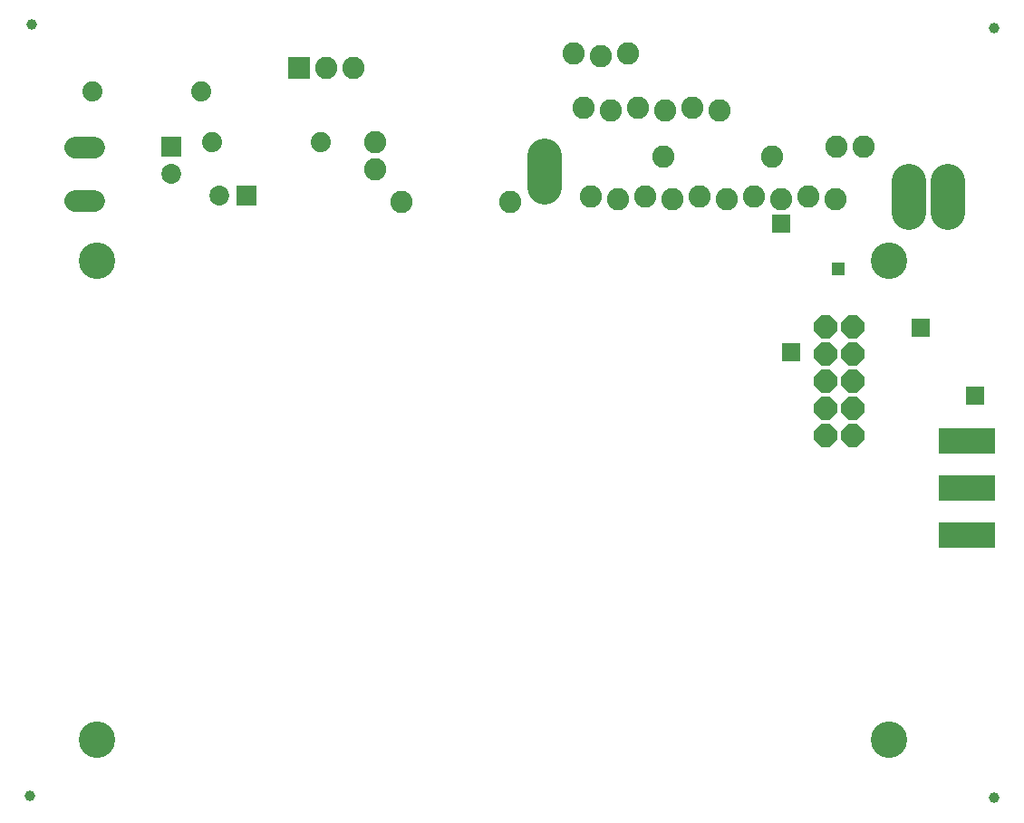
<source format=gts>
G75*
%MOIN*%
%OFA0B0*%
%FSLAX24Y24*%
%IPPOS*%
%LPD*%
%AMOC8*
5,1,8,0,0,1.08239X$1,22.5*
%
%ADD10C,0.0395*%
%ADD11C,0.1340*%
%ADD12OC8,0.0840*%
%ADD13R,0.0730X0.0730*%
%ADD14C,0.0730*%
%ADD15C,0.0820*%
%ADD16C,0.0785*%
%ADD17C,0.1265*%
%ADD18R,0.2080X0.0980*%
%ADD19R,0.2000X0.0900*%
%ADD20C,0.0740*%
%ADD21R,0.0820X0.0820*%
%ADD22R,0.0671X0.0671*%
%ADD23R,0.0476X0.0476*%
D10*
X000505Y001625D03*
X035977Y001546D03*
X035977Y029893D03*
X000584Y030011D03*
D11*
X002974Y021338D03*
X002974Y003700D03*
X032127Y003700D03*
X032127Y021338D03*
D12*
X030788Y018885D03*
X029788Y018885D03*
X029788Y017885D03*
X029788Y016885D03*
X029788Y015885D03*
X030788Y015885D03*
X030788Y016885D03*
X030788Y017885D03*
X030788Y014885D03*
X029788Y014885D03*
D13*
X008485Y023712D03*
X005694Y025515D03*
D14*
X005694Y024515D03*
X007485Y023712D03*
D15*
X013214Y024696D03*
X013214Y025696D03*
X014178Y023483D03*
X018178Y023483D03*
X021151Y023683D03*
X022151Y023583D03*
X023151Y023683D03*
X024151Y023583D03*
X025151Y023683D03*
X026151Y023583D03*
X027151Y023683D03*
X028151Y023583D03*
X029151Y023683D03*
X030151Y023583D03*
X030178Y025519D03*
X031178Y025519D03*
X027796Y025145D03*
X025887Y026875D03*
X024887Y026975D03*
X023887Y026875D03*
X022887Y026975D03*
X021887Y026875D03*
X020887Y026975D03*
X021505Y028858D03*
X020505Y028958D03*
X022505Y028958D03*
X023796Y025145D03*
X012411Y028436D03*
X011411Y028436D03*
D16*
X002869Y025503D02*
X002164Y025503D01*
X002164Y023534D02*
X002869Y023534D01*
D17*
X019442Y024025D02*
X019442Y025210D01*
X032828Y024265D02*
X032828Y023080D01*
X034285Y023080D02*
X034285Y024265D01*
D18*
X034967Y014704D03*
X034967Y012964D03*
X034967Y011224D03*
D19*
X034967Y011224D03*
X034967Y012964D03*
X034967Y014704D03*
D20*
X011206Y025680D03*
X007206Y025680D03*
X006796Y027570D03*
X002796Y027570D03*
D21*
X010411Y028436D03*
D22*
X028143Y022688D03*
X033261Y018869D03*
X035269Y016349D03*
X028497Y017964D03*
D23*
X030229Y021034D03*
M02*

</source>
